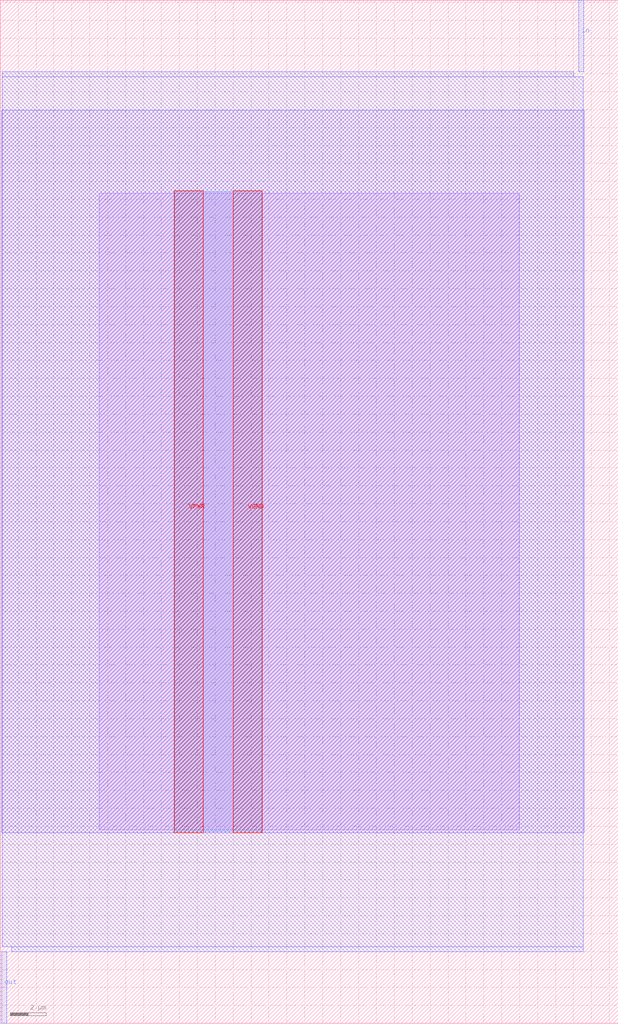
<source format=lef>
VERSION 5.7 ;
  NOWIREEXTENSIONATPIN ON ;
  DIVIDERCHAR "/" ;
  BUSBITCHARS "[]" ;
MACRO inverter
  CLASS BLOCK ;
  FOREIGN inverter ;
  ORIGIN 0.000 0.000 ;
  SIZE 34.500 BY 57.120 ;
  PIN VGND
    DIRECTION INOUT ;
    USE GROUND ;
    PORT
      LAYER met4 ;
        RECT 13.020 10.640 14.620 46.480 ;
    END
  END VGND
  PIN VPWR
    DIRECTION INOUT ;
    USE POWER ;
    PORT
      LAYER met4 ;
        RECT 9.720 10.640 11.320 46.480 ;
    END
  END VPWR
  PIN in
    DIRECTION INPUT ;
    USE SIGNAL ;
    PORT
      LAYER met2 ;
        RECT 32.290 53.120 32.570 57.120 ;
    END
  END in
  PIN out
    DIRECTION OUTPUT TRISTATE ;
    USE SIGNAL ;
    PORT
      LAYER met2 ;
        RECT 0.090 0.000 0.370 4.000 ;
    END
  END out
  OBS
      LAYER li1 ;
        RECT 5.520 10.795 28.980 46.325 ;
      LAYER met1 ;
        RECT 0.070 10.640 32.590 50.960 ;
      LAYER met2 ;
        RECT 0.100 52.840 32.010 53.120 ;
        RECT 0.100 4.280 32.560 52.840 ;
        RECT 0.650 4.000 32.560 4.280 ;
      LAYER met3 ;
        RECT 9.730 10.715 14.610 46.405 ;
  END
END inverter
END LIBRARY


</source>
